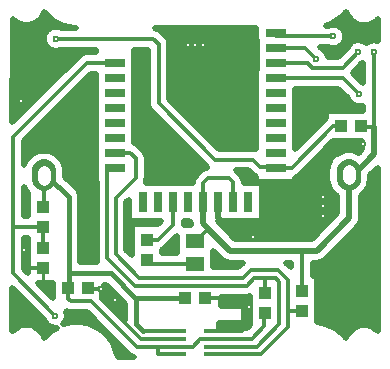
<source format=gbr>
G04 DipTrace 3.2.0.1*
G04 Âåðõíèé.gbr*
%MOIN*%
G04 #@! TF.FileFunction,Copper,L1,Top*
G04 #@! TF.Part,Single*
%AMOUTLINE3*
4,1,16,
-0.041319,-0.011881,
-0.037196,-0.02981,
-0.025701,-0.044175,
-0.009112,-0.052129,
0.009286,-0.052097,
0.025848,-0.044088,
0.037294,-0.029685,
0.041358,-0.011741,
0.041319,0.011881,
0.037196,0.02981,
0.025701,0.044175,
0.009112,0.052129,
-0.009286,0.052097,
-0.025848,0.044088,
-0.037294,0.029685,
-0.041358,0.011741,
-0.041319,-0.011881,
0*%
%ADD15C,0.011811*%
%ADD30C,0.043307*%
G04 #@! TA.AperFunction,CopperBalancing*
%ADD10C,0.009843*%
%ADD16C,0.019685*%
G04 #@! TA.AperFunction,ViaPad*
%ADD17C,0.023622*%
G04 #@! TA.AperFunction,Conductor*
%ADD18C,0.015748*%
%ADD20R,0.043307X0.03937*%
%ADD22R,0.059055X0.051181*%
%ADD23R,0.03937X0.043307*%
%ADD24R,0.066929X0.031496*%
%ADD25R,0.031496X0.066929*%
%ADD27R,0.019685X0.01378*%
G04 #@! TA.AperFunction,ComponentPad*
%ADD52OUTLINE3*%
%FSLAX26Y26*%
G04*
G70*
G90*
G75*
G01*
G04 Top*
%LPD*%
X-267717Y73622D2*
D15*
X-216105D1*
X-198134Y55651D1*
Y-8609D1*
X-265948Y-76424D1*
Y-264951D1*
X-186710Y-344190D1*
X158867D1*
X185963Y-317094D1*
X276513D1*
X308490Y-349071D1*
Y-454273D1*
Y-507302D1*
X218004Y-597786D1*
X40354D1*
X355110Y-454273D2*
X308490D1*
X267717Y473622D2*
Y461832D1*
X460089D1*
X267717Y423622D2*
X366883D1*
X402955Y387550D1*
X267717Y373622D2*
X374035D1*
X390542Y357115D1*
X490707D1*
X543394Y409802D1*
X267717Y323622D2*
X491969D1*
X546163Y269428D1*
X25000Y-90551D2*
D16*
Y-161104D1*
X43219Y-179323D1*
X115777Y-251881D1*
X349588D1*
X405008D1*
X512682Y-144206D1*
Y852D1*
X527923D1*
X595969Y68898D1*
Y159873D1*
D15*
Y409114D1*
X511240Y852D2*
D16*
X512682D1*
X595969Y159873D2*
D15*
X555356D1*
X552980Y162248D1*
X0Y-221343D2*
X1199D1*
X43219Y-179323D1*
X125000Y-90551D2*
Y-24446D1*
X111782Y-11228D1*
X43268D1*
X27025Y-27471D1*
Y-88526D1*
X25000Y-90551D1*
X355110Y-387344D2*
Y-257403D1*
X349588Y-251881D1*
X75000Y-90551D2*
D16*
Y-144850D1*
X137661Y-207512D1*
X191719D1*
X304341D1*
X352189Y-159664D1*
Y-12340D1*
X468976Y104448D1*
X560121D1*
X190810Y-206501D2*
D15*
X191719Y-207512D1*
X40354Y-521014D2*
X155367D1*
X180446Y-495936D1*
Y-441051D1*
X33465Y-408298D2*
X171770D1*
X180446Y-416974D1*
Y-441051D1*
X-40354Y-546605D2*
X-182155D1*
X-314379Y-414381D1*
Y-384352D1*
X-320110Y-378621D1*
X-342962D1*
X-314346D1*
X-342962D2*
X-356839Y-377710D1*
X-570508Y-251125D2*
Y-293041D1*
X-551969Y-311580D1*
X-510163D1*
X-507686Y-309104D1*
X-267717Y373622D2*
X-361768D1*
X-608394Y126996D1*
Y-174217D1*
Y-327615D1*
X-467571Y-468438D1*
X-507864Y-174217D2*
X-608394D1*
X-507686Y-242175D2*
Y-174392D1*
X-507864Y-174217D1*
X-464615Y453630D2*
X-139551D1*
X-122444Y436522D1*
Y238617D1*
X64816Y51357D1*
X191663D1*
X216286Y26734D1*
X267717D1*
Y23622D1*
X320646D1*
X459272Y162248D1*
X486051D1*
X-40354Y-521014D2*
X-173575D1*
D18*
X-196470Y-498119D1*
Y-408298D1*
X-33465D1*
X-504505Y-850D2*
Y14808D1*
X-521188Y-1874D1*
X-492711D1*
X-422324Y-72261D1*
Y-327566D1*
X-281622D1*
X-200890Y-408298D1*
X-196470D1*
X-504505Y-850D2*
X-493735D1*
X-421715Y-72870D2*
Y-377710D1*
X-423768D1*
X-40354Y-572196D2*
D15*
X-9264D1*
X16327Y-546605D1*
X40354D1*
X-40354Y-572196D2*
X-124839D1*
X-195950D1*
X-346743Y-421403D1*
X-415088D1*
X-423768Y-412723D1*
Y-377710D1*
X-40354Y-597786D2*
X-124839D1*
Y-572196D1*
X40354Y-546605D2*
X187388D1*
X229226Y-504768D1*
Y-462213D1*
X232581Y-458857D1*
X-504505Y-850D2*
Y-103929D1*
X-507864Y-107287D1*
X0Y-296146D2*
X-148308D1*
X-161831Y-282623D1*
X-75000Y-90157D2*
Y-166238D1*
X-124457Y-215694D1*
X-161831D1*
X40354Y-572196D2*
X205990D1*
X280268Y-497917D1*
Y-357336D1*
X267550Y-344618D1*
X232581D1*
X196088D1*
X171064Y-369642D1*
X-200154D1*
X-292770Y-277025D1*
Y23622D1*
X-267717D1*
X232581Y-391928D2*
Y-344618D1*
D17*
X460089Y461832D3*
X-464615Y453630D3*
X-23819Y431828D3*
X118Y431925D3*
X25106D3*
X543394Y409802D3*
X595969Y409114D3*
X402955Y387550D3*
X546163Y269428D3*
X-579537Y246337D3*
X560121Y104448D3*
X425852Y-72814D3*
X426650Y-103875D3*
X427151Y-135126D3*
X190810Y-206501D3*
X-314346Y-378621D3*
X-268184Y-417713D3*
X180446Y-441051D3*
X-467571Y-468438D3*
X-570508Y-251125D3*
X-505471Y533020D2*
D16*
X-495862D1*
X495160D2*
X505459D1*
X-521870Y513466D2*
X-472735D1*
X469251D2*
X521904D1*
X-607059Y493912D2*
X-432760D1*
X486224D2*
X606052D1*
X-607059Y474358D2*
X-500975D1*
X-107085D2*
X201961D1*
X500219D2*
X606052D1*
X-607094Y454804D2*
X-506717D1*
X-89214D2*
X201961D1*
X501583D2*
X606052D1*
X-607131Y435251D2*
X-502303D1*
X-84262D2*
X201961D1*
X492146D2*
X510349D1*
X-607131Y415697D2*
X-479768D1*
X-449455D2*
X-333467D1*
X-201962D2*
X-160650D1*
X-84262D2*
X201961D1*
X433583D2*
X496102D1*
X-607167Y396143D2*
X-392425D1*
X-201962D2*
X-160650D1*
X-84262D2*
X201961D1*
X444168D2*
X476546D1*
X-607202Y376589D2*
X-411983D1*
X-201962D2*
X-160650D1*
X-84262D2*
X201961D1*
X-607202Y357035D2*
X-431539D1*
X-201962D2*
X-160650D1*
X-84262D2*
X201961D1*
X543819D2*
X557787D1*
X-607239Y337482D2*
X-451096D1*
X-201962D2*
X-160650D1*
X-84262D2*
X201961D1*
X531295D2*
X557787D1*
X-607274Y317928D2*
X-470654D1*
X-364266D2*
X-333467D1*
X-201962D2*
X-160650D1*
X-84262D2*
X201961D1*
X550852D2*
X557802D1*
X-607274Y298374D2*
X-490210D1*
X-383824D2*
X-333467D1*
X-201962D2*
X-160650D1*
X-84262D2*
X201961D1*
X-607310Y278820D2*
X-509766D1*
X-403381D2*
X-333467D1*
X-201962D2*
X-160650D1*
X-84262D2*
X201961D1*
X333466D2*
X483579D1*
X-607346Y259266D2*
X-529324D1*
X-422937D2*
X-333467D1*
X-201962D2*
X-160650D1*
X-84262D2*
X201961D1*
X333466D2*
X503136D1*
X-607346Y239713D2*
X-548881D1*
X-442495D2*
X-333467D1*
X-201962D2*
X-160650D1*
X-70340D2*
X201961D1*
X333466D2*
X517167D1*
X-607382Y220159D2*
X-568437D1*
X-462051D2*
X-333467D1*
X-201962D2*
X-155589D1*
X-50782D2*
X201961D1*
X333466D2*
X557787D1*
X-607382Y200605D2*
X-587995D1*
X-481608D2*
X-333467D1*
X-201962D2*
X-137612D1*
X-31226D2*
X201961D1*
X333466D2*
X432121D1*
X-501129Y181051D2*
X-333467D1*
X-201962D2*
X-118055D1*
X-11668D2*
X201961D1*
X333466D2*
X424873D1*
X-520686Y161497D2*
X-333467D1*
X-201962D2*
X-98534D1*
X7853D2*
X201961D1*
X333466D2*
X405316D1*
X-540243Y141944D2*
X-333467D1*
X-201962D2*
X-78978D1*
X27409D2*
X201961D1*
X333466D2*
X385759D1*
X-559799Y122390D2*
X-333467D1*
X-201962D2*
X-59420D1*
X46966D2*
X201961D1*
X333466D2*
X366238D1*
X-570206Y102836D2*
X-333467D1*
X-192740D2*
X-39864D1*
X66524D2*
X201961D1*
X333466D2*
X346681D1*
X453067D2*
X553840D1*
X-570206Y83282D2*
X-333467D1*
X-172573D2*
X-20307D1*
X433510D2*
X510600D1*
X523234D2*
X551580D1*
X-570206Y63728D2*
X-554657D1*
X-454408D2*
X-333467D1*
X-160839D2*
X-749D1*
X413954D2*
X459644D1*
X-439121Y44175D2*
X-333467D1*
X-159942D2*
X18807D1*
X394396D2*
X444896D1*
X-433236Y24621D2*
X-333467D1*
X-159942D2*
X36139D1*
X374840D2*
X439550D1*
X-430904Y5067D2*
X-333467D1*
X-159942D2*
X6356D1*
X148661D2*
X184772D1*
X355283D2*
X437612D1*
X590899D2*
X606052D1*
X-424122Y-14487D2*
X-333467D1*
X-160408D2*
X-8752D1*
X161795D2*
X201961D1*
X333466D2*
X437827D1*
X584655D2*
X606052D1*
X-404564Y-34041D2*
X-330955D1*
X223014D2*
X442133D1*
X580420D2*
X606052D1*
X-570206Y-53594D2*
X-564112D1*
X-386766D2*
X-330955D1*
X223014D2*
X452970D1*
X569547D2*
X606052D1*
X-570206Y-73148D2*
X-559846D1*
X-381563D2*
X-330955D1*
X223014D2*
X470554D1*
X554799D2*
X606052D1*
X-570206Y-92702D2*
X-559846D1*
X-381563D2*
X-330955D1*
X223014D2*
X470554D1*
X554799D2*
X606052D1*
X-570206Y-112256D2*
X-559846D1*
X-381563D2*
X-330955D1*
X223014D2*
X470554D1*
X554799D2*
X606052D1*
X-570206Y-131810D2*
X-559846D1*
X-381563D2*
X-330955D1*
X223014D2*
X466319D1*
X554799D2*
X606052D1*
X-381563Y-151364D2*
X-330955D1*
X223014D2*
X446762D1*
X554154D2*
X606052D1*
X-381563Y-170917D2*
X-330955D1*
X-227764D2*
X-213794D1*
X93580D2*
X427205D1*
X544644D2*
X606052D1*
X-381563Y-190471D2*
X-330955D1*
X-227764D2*
X-213794D1*
X113136D2*
X407648D1*
X525194D2*
X606052D1*
X-381563Y-210025D2*
X-330955D1*
X-227764D2*
X-213794D1*
X132693D2*
X388092D1*
X505638D2*
X606052D1*
X-570206Y-229579D2*
X-559646D1*
X-381563D2*
X-330955D1*
X-227764D2*
X-213794D1*
X-85159D2*
X-61824D1*
X486081D2*
X606052D1*
X-570206Y-249133D2*
X-559646D1*
X-381563D2*
X-330955D1*
X-227764D2*
X-213794D1*
X-108556D2*
X-61824D1*
X466524D2*
X606052D1*
X-570206Y-268686D2*
X-559646D1*
X-381563D2*
X-330955D1*
X61823D2*
X73818D1*
X446967D2*
X606052D1*
X-570206Y-288240D2*
X-559646D1*
X-381563D2*
X-329161D1*
X61823D2*
X96748D1*
X424037D2*
X606052D1*
X-570206Y-307794D2*
X-559646D1*
X61823D2*
X142070D1*
X393285D2*
X606052D1*
X393285Y-327348D2*
X606052D1*
X407064Y-346902D2*
X606052D1*
X-516344Y-366455D2*
X-477722D1*
X407064D2*
X606052D1*
X-496823Y-386009D2*
X-477722D1*
X-302904D2*
X-279139D1*
X407064D2*
X606052D1*
X-608100Y-405563D2*
X-583652D1*
X-302904D2*
X-259618D1*
X407064D2*
X606052D1*
X-608135Y-425117D2*
X-564096D1*
X-289843D2*
X-240062D1*
X87408D2*
X180609D1*
X407064D2*
X606052D1*
X-608172Y-444671D2*
X-544538D1*
X-270286D2*
X-236617D1*
X165348D2*
X180609D1*
X407064D2*
X606052D1*
X-608172Y-464224D2*
X-524982D1*
X-425664D2*
X-357115D1*
X-250730D2*
X-236617D1*
X165348D2*
X180609D1*
X407064D2*
X606052D1*
X-608207Y-483778D2*
X-506644D1*
X-428499D2*
X-337559D1*
X165348D2*
X180609D1*
X407064D2*
X606052D1*
X-608243Y-503332D2*
X-585591D1*
X-540386D2*
X-489420D1*
X-334088D2*
X-318001D1*
X82492D2*
X177487D1*
X454108D2*
X540420D1*
X585588D2*
X606052D1*
X-512289Y-522886D2*
X-485294D1*
X-305022D2*
X-298425D1*
X485112D2*
X512286D1*
X-286110Y-542440D2*
X-278923D1*
X-271507Y-561993D2*
X-259331D1*
X-263755Y-581547D2*
X-239774D1*
X-258228Y-601101D2*
X-219751D1*
X-475736Y-409014D2*
Y-361073D1*
X-523720Y-361072D1*
X-475730Y-409056D1*
X-304870Y-365755D2*
Y-412045D1*
X-234682Y-482240D1*
X-234659Y-428539D1*
X-297444Y-365752D1*
X-304839Y-365755D1*
X85433Y-405858D2*
Y-435039D1*
X155083Y-435160D1*
X158012Y-436112D1*
X160503Y-437923D1*
X162314Y-440413D1*
X163265Y-443343D1*
X163386Y-472441D1*
X163265Y-485791D1*
X162314Y-488720D1*
X160503Y-491211D1*
X158012Y-493022D1*
X155083Y-493974D1*
X125984Y-494094D1*
X80518D1*
X80512Y-510386D1*
X172373Y-510385D1*
X182558Y-500211D1*
X182617Y-406888D1*
X182257Y-404089D1*
X176731Y-405416D1*
X171064Y-405862D1*
X85408D1*
X-38778Y-165437D2*
X-14951D1*
X-15157Y-161092D1*
X-21063Y-154295D1*
X-38780Y-154462D1*
Y-165438D1*
X-59843Y-259916D2*
Y-202286D1*
X-100933Y-243236D1*
X-105531Y-246577D1*
X-110606Y-249161D1*
X-111831Y-255589D1*
Y-259932D1*
X-59854Y-259925D1*
X59843Y-252764D2*
Y-307954D1*
X143891Y-307970D1*
X159799Y-292035D1*
X112626Y-291915D1*
X106403Y-290929D1*
X100409Y-288982D1*
X94795Y-286121D1*
X89697Y-282416D1*
X59850Y-252745D1*
X-503353Y542415D2*
X-506749Y534335D1*
X-511924Y525890D1*
X-518357Y518357D1*
X-525890Y511924D1*
X-534335Y506749D1*
X-543486Y502958D1*
X-553118Y500646D1*
X-562992Y499869D1*
X-572866Y500646D1*
X-582499Y502958D1*
X-591650Y506749D1*
X-600094Y511924D1*
X-607627Y518357D1*
X-609270Y520134D1*
X-609051Y469357D1*
X-609395Y177224D1*
X-385291Y401164D1*
X-380693Y404505D1*
X-375629Y407085D1*
X-370223Y408841D1*
X-364609Y409731D1*
X-331517Y409843D1*
X-331496Y417377D1*
X-447259Y417409D1*
X-452206Y415438D1*
X-458333Y413967D1*
X-464615Y413472D1*
X-470898Y413967D1*
X-477025Y415438D1*
X-482846Y417849D1*
X-488219Y421142D1*
X-493010Y425235D1*
X-497104Y430026D1*
X-500396Y435399D1*
X-502807Y441220D1*
X-504278Y447348D1*
X-504773Y453630D1*
X-504278Y459912D1*
X-502807Y466039D1*
X-500396Y471861D1*
X-497104Y477234D1*
X-493010Y482025D1*
X-488219Y486118D1*
X-482846Y489411D1*
X-477025Y491822D1*
X-470898Y493293D1*
X-464615Y493787D1*
X-458333Y493293D1*
X-452206Y491822D1*
X-447335Y489849D1*
X-397332Y489850D1*
X-425550Y492203D1*
X-447770Y499699D1*
X-476810Y517244D1*
X-502441Y541102D1*
X-502898Y541730D1*
X608034Y518798D2*
X603987Y514992D1*
X595974Y509171D1*
X587148Y504673D1*
X577728Y501613D1*
X567945Y500063D1*
X558039D1*
X548256Y501613D1*
X538836Y504673D1*
X530010Y509171D1*
X521997Y514992D1*
X514992Y521997D1*
X509171Y530010D1*
X504673Y538836D1*
X502659Y544549D1*
X491152Y530745D1*
X452117Y502677D1*
X441125Y499701D1*
X434471Y498055D1*
X442723Y498052D1*
X447680Y500024D1*
X453807Y501495D1*
X460089Y501990D1*
X466371Y501495D1*
X472499Y500024D1*
X478320Y497613D1*
X483693Y494320D1*
X488484Y490227D1*
X492577Y485436D1*
X495870Y480063D1*
X498281Y474241D1*
X499752Y468114D1*
X500247Y461832D1*
X499752Y455550D1*
X498281Y449423D1*
X495870Y443601D1*
X492577Y438228D1*
X488484Y433437D1*
X483693Y429344D1*
X478320Y426051D1*
X472499Y423640D1*
X466371Y422169D1*
X460089Y421675D1*
X453807Y422169D1*
X447680Y423640D1*
X442808Y425613D1*
X416131Y425612D1*
X423937Y421790D1*
X429035Y418085D1*
X433491Y413630D1*
X437196Y408531D1*
X440056Y402917D1*
X442004Y396924D1*
X442677Y393331D1*
X475696Y393336D1*
X505516Y423148D1*
X507613Y428033D1*
X510906Y433406D1*
X514999Y438197D1*
X519790Y442290D1*
X525163Y445583D1*
X530984Y447993D1*
X537112Y449465D1*
X543394Y449959D1*
X549676Y449465D1*
X555803Y447993D1*
X561625Y445583D1*
X566997Y442290D1*
X570062Y439794D1*
X574987Y443354D1*
X580601Y446215D1*
X586594Y448163D1*
X592818Y449148D1*
X599119D1*
X605343Y448163D1*
X608034Y447403D1*
X608022Y518778D1*
X-610217Y-521157D2*
X-603987Y-514992D1*
X-595974Y-509171D1*
X-587148Y-504673D1*
X-577728Y-501613D1*
X-567945Y-500063D1*
X-558039D1*
X-548256Y-501613D1*
X-538836Y-504673D1*
X-530010Y-509171D1*
X-521997Y-514992D1*
X-514992Y-521997D1*
X-509171Y-530010D1*
X-504673Y-538836D1*
X-502711Y-544362D1*
X-497098Y-536143D1*
X-480345Y-520202D1*
X-462554Y-508542D1*
X-470722Y-508472D1*
X-476945Y-507487D1*
X-482938Y-505539D1*
X-488552Y-502678D1*
X-493651Y-498974D1*
X-498106Y-494518D1*
X-501811Y-489420D1*
X-504672Y-483806D1*
X-505400Y-481829D1*
X-610030Y-377203D1*
X-610218Y-521081D1*
X503085Y-543140D2*
X506749Y-534335D1*
X511924Y-525890D1*
X518357Y-518357D1*
X525890Y-511924D1*
X534335Y-506749D1*
X543486Y-502958D1*
X553118Y-500646D1*
X562992Y-499869D1*
X572866Y-500646D1*
X582499Y-502958D1*
X591650Y-506749D1*
X600094Y-511924D1*
X607627Y-518357D1*
X608034Y-518798D1*
X608022Y24151D1*
X582878Y-984D1*
X582824Y-13218D1*
X580135Y-26546D1*
X577484Y-37829D1*
X575720Y-42247D1*
X573281Y-46343D1*
X559268Y-63902D1*
X555762Y-67117D1*
X553823Y-68513D1*
X552840Y-72639D1*
X552717Y-147357D1*
X551731Y-153580D1*
X549783Y-159573D1*
X546923Y-165188D1*
X543218Y-170286D1*
X515096Y-198585D1*
X431088Y-282416D1*
X425990Y-286121D1*
X420375Y-288982D1*
X414382Y-290929D1*
X408159Y-291915D1*
X391336Y-292038D1*
X391331Y-335379D1*
X405110Y-335375D1*
Y-490688D1*
X433760Y-495301D1*
X466337Y-509710D1*
X496699Y-533710D1*
X503085Y-543159D1*
X443269Y212248D2*
X559755D1*
X559748Y231605D1*
X552445Y229765D1*
X546163Y229270D1*
X539881Y229765D1*
X533753Y231236D1*
X527932Y233647D1*
X522559Y236940D1*
X517768Y241033D1*
X513675Y245824D1*
X510382Y251197D1*
X508333Y256037D1*
X476984Y287383D1*
X331530Y287402D1*
X331461Y227559D1*
X331496Y114567D1*
Y85680D1*
X433668Y187867D1*
X434083Y194925D1*
Y212248D1*
X443269D1*
X501024Y112248D2*
X460474D1*
X344169Y-3920D1*
X339571Y-7261D1*
X334507Y-9841D1*
X331828Y-10828D1*
X331496Y-12992D1*
Y-22441D1*
X203937D1*
Y-7333D1*
X197361Y-4150D1*
X192762Y-808D1*
X176643Y15154D1*
X136652Y15136D1*
X152542Y-923D1*
X155883Y-5521D1*
X158463Y-10585D1*
X160219Y-15991D1*
X161109Y-21605D1*
X161614Y-26772D1*
X221063D1*
Y-154331D1*
X75024D1*
X132386Y-211698D1*
X388379Y-211723D1*
X472500Y-127597D1*
X472433Y-70659D1*
X468318Y-68272D1*
X464627Y-65270D1*
X456130Y-55091D1*
X448962Y-45983D1*
X446608Y-41849D1*
X444927Y-37390D1*
X439936Y-15484D1*
X439591Y-1894D1*
X439656Y14921D1*
X442345Y28249D1*
X445546Y41140D1*
X447555Y45453D1*
X450213Y49398D1*
X463213Y65605D1*
X466718Y68820D1*
X470692Y71451D1*
X490938Y81192D1*
X495492Y82567D1*
X500214Y83214D1*
X522678Y83206D1*
X527378Y82470D1*
X531913Y81004D1*
X545009Y74777D1*
X555832Y85552D1*
X555811Y112282D1*
X501012Y112283D1*
X-211831Y-267811D2*
Y-163726D1*
X-123735D1*
X-114316Y-154331D1*
X-221063D1*
Y-82741D1*
X-229740Y-91440D1*
X-229727Y-249924D1*
X-211841Y-267835D1*
X559757Y373160D2*
X556785Y371972D1*
X525794Y340978D1*
X559524Y307290D1*
X559748Y334413D1*
Y373133D1*
X-427537Y-471589D2*
X-428522Y-477812D1*
X-430470Y-483806D1*
X-433331Y-489420D1*
X-437035Y-494518D1*
X-439420Y-497059D1*
X-412546Y-490617D1*
X-387831Y-490062D1*
X-360776Y-494049D1*
X-337123Y-502707D1*
X-314354Y-516503D1*
X-294978Y-533454D1*
X-273875Y-561135D1*
X-262820Y-588983D1*
X-258824Y-607459D1*
X-204406Y-607415D1*
X-209811Y-605659D1*
X-214875Y-603079D1*
X-219474Y-599738D1*
X-254041Y-565328D1*
X-361753Y-457617D1*
X-417929Y-457512D1*
X-423543Y-456622D1*
X-428959Y-454862D1*
X-429379Y-456029D1*
X-427908Y-462156D1*
X-427413Y-468438D1*
X-427537Y-471589D1*
X-328986Y-22441D2*
X-331496D1*
Y219685D1*
Y337378D1*
X-346769Y337402D1*
X-572159Y112007D1*
X-572173Y31938D1*
X-570748Y37831D1*
X-568986Y42248D1*
X-566546Y46344D1*
X-552533Y63903D1*
X-549028Y67118D1*
X-545054Y69749D1*
X-524807Y79490D1*
X-520253Y80865D1*
X-515531Y81512D1*
X-493067Y81504D1*
X-488367Y80768D1*
X-483832Y79302D1*
X-464185Y69881D1*
X-460210Y67266D1*
X-456694Y64063D1*
X-442227Y45984D1*
X-439873Y41850D1*
X-438192Y37391D1*
X-433201Y15486D1*
X-432856Y1895D1*
X-432840Y-7723D1*
X-392676Y-48068D1*
X-389154Y-52916D1*
X-386433Y-58256D1*
X-384581Y-63955D1*
X-383644Y-69874D1*
X-383526Y-118802D1*
Y-289360D1*
X-326836Y-289377D1*
X-328545Y-282692D1*
X-328991Y-277025D1*
Y-22427D1*
X-203937Y127593D2*
Y107713D1*
X-199661Y105895D1*
X-194815Y102925D1*
X-190493Y99234D1*
X-170592Y79175D1*
X-167251Y74576D1*
X-164671Y69512D1*
X-162915Y64106D1*
X-162025Y58492D1*
X-161913Y9719D1*
X-162025Y-11450D1*
X-162913Y-17064D1*
X-164671Y-22470D1*
X-165866Y-25062D1*
X-161877Y-26772D1*
X-121076D1*
X-121063Y-26378D1*
X-28937D1*
Y-26773D1*
X-9163Y-26772D1*
X-8749Y-21804D1*
X-7423Y-16278D1*
X-5248Y-11028D1*
X-2278Y-6181D1*
X1421Y-1852D1*
X19744Y16314D1*
X24343Y19655D1*
X29407Y22235D1*
X34812Y23991D1*
X37613Y24547D1*
X39205Y25745D1*
X-149986Y215093D1*
X-153327Y219692D1*
X-155907Y224756D1*
X-157664Y230161D1*
X-158552Y235776D1*
X-158664Y284549D1*
Y417428D1*
X-203963Y417409D1*
X-203937Y177559D1*
X-203972Y127559D1*
X203937Y85440D2*
Y269685D1*
X203972Y419685D1*
X203937Y488957D1*
X-133885Y489404D1*
X-128358Y488077D1*
X-123108Y485903D1*
X-118261Y482933D1*
X-113940Y479241D1*
X-94902Y460046D1*
X-91560Y455448D1*
X-88980Y450383D1*
X-87223Y444978D1*
X-86335Y439364D1*
X-86223Y390591D1*
Y253621D1*
X79797Y87601D1*
X194504Y87466D1*
X200118Y86576D1*
X202866Y85801D1*
X-557844Y-59007D2*
X-566783Y-47685D1*
X-569138Y-43551D1*
X-570819Y-39092D1*
X-572173Y-38358D1*
Y-138009D1*
X-557833Y-137996D1*
X-557864Y-58959D1*
X-557705Y-226185D2*
X-557864Y-210432D1*
X-572203Y-210437D1*
X-572173Y-312622D1*
X-557688Y-327098D1*
X-557686Y-226214D1*
X302657Y-292016D2*
X318898Y-308255D1*
X318890Y-292071D1*
X302688Y-292038D1*
X-356839Y-377710D2*
D10*
X-304906D1*
X33465Y-408298D2*
X85398D1*
X75000Y-90551D2*
Y-154295D1*
X-507686Y-309104D2*
Y-361037D1*
X-557650Y-309104D2*
X-507686D1*
D20*
X-423768Y-377710D3*
X-356839D3*
X33465Y-408298D3*
X-33465D3*
D22*
X0Y-221343D3*
Y-296146D3*
D20*
X486051Y162248D3*
X552980D3*
D23*
X-161831Y-282623D3*
Y-215694D3*
X232581Y-458857D3*
Y-391928D3*
X355110Y-454273D3*
Y-387344D3*
D24*
X-267717Y23622D3*
Y73622D3*
Y123622D3*
Y173622D3*
Y223622D3*
Y273622D3*
Y323622D3*
Y373622D3*
X267717Y23622D3*
Y73622D3*
Y123622D3*
Y173622D3*
Y223622D3*
Y273622D3*
Y323622D3*
Y373622D3*
Y423622D3*
Y473622D3*
D25*
X-25000Y-90551D3*
X25000D3*
X-75000Y-90157D3*
X75000Y-90551D3*
X-125000D3*
X125000D3*
X-175000D3*
X175000D3*
D27*
X-40354Y-546605D3*
Y-572196D3*
X40354D3*
Y-546605D3*
X-40354Y-521014D3*
Y-597786D3*
X40354D3*
Y-521014D3*
D52*
X511240Y852D3*
X-504505Y-850D3*
D23*
X-507864Y-174217D3*
Y-107287D3*
X-507686Y-242175D3*
Y-309104D3*
G04 Top Clear*
%LPC*%
D15*
X460089Y461832D3*
X-464615Y453630D3*
X-23819Y431828D3*
X118Y431925D3*
X25106D3*
X543394Y409802D3*
X595969Y409114D3*
X402955Y387550D3*
X546163Y269428D3*
X-579537Y246337D3*
X560121Y104448D3*
X425852Y-72814D3*
X426650Y-103875D3*
X427151Y-135126D3*
X190810Y-206501D3*
X-314346Y-378621D3*
X-268184Y-417713D3*
X180446Y-441051D3*
X-467571Y-468438D3*
X-570508Y-251125D3*
X511220Y12663D2*
D30*
X511260Y-10959D1*
X-504525Y10961D2*
X-504485Y-12661D1*
M02*

</source>
